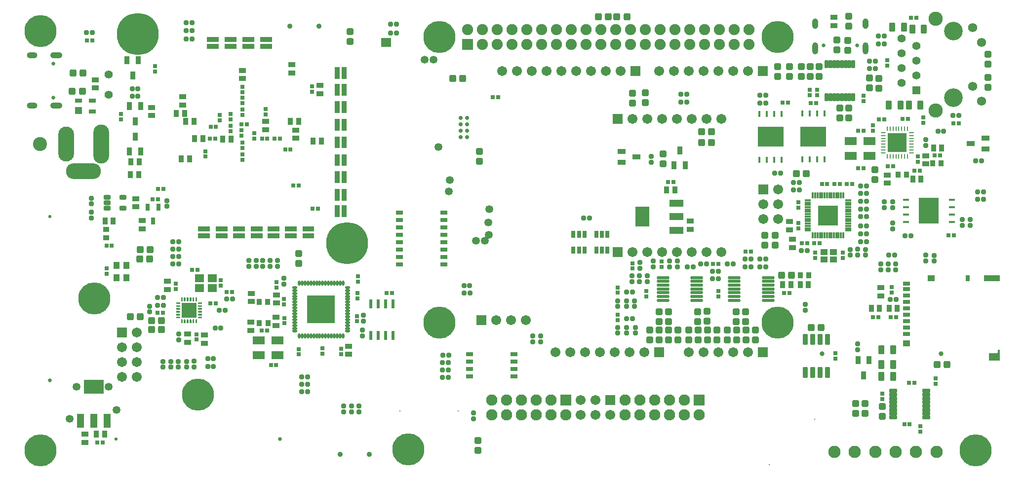
<source format=gbs>
G04*
G04 #@! TF.GenerationSoftware,Altium Limited,Altium Designer,24.10.1 (45)*
G04*
G04 Layer_Color=16711935*
%FSLAX44Y44*%
%MOMM*%
G71*
G04*
G04 #@! TF.SameCoordinates,27A3F056-0A2A-4086-B210-4B902CB04D7F*
G04*
G04*
G04 #@! TF.FilePolarity,Negative*
G04*
G01*
G75*
%ADD50R,0.6000X1.5500*%
G04:AMPARAMS|DCode=85|XSize=1.2032mm|YSize=1.1032mm|CornerRadius=0.2141mm|HoleSize=0mm|Usage=FLASHONLY|Rotation=270.000|XOffset=0mm|YOffset=0mm|HoleType=Round|Shape=RoundedRectangle|*
%AMROUNDEDRECTD85*
21,1,1.2032,0.6750,0,0,270.0*
21,1,0.7750,1.1032,0,0,270.0*
1,1,0.4282,-0.3375,-0.3875*
1,1,0.4282,-0.3375,0.3875*
1,1,0.4282,0.3375,0.3875*
1,1,0.4282,0.3375,-0.3875*
%
%ADD85ROUNDEDRECTD85*%
%ADD88R,0.9532X1.1532*%
%ADD91R,1.1532X0.9532*%
%ADD92R,0.7600X0.7600*%
G04:AMPARAMS|DCode=93|XSize=0.8032mm|YSize=0.8032mm|CornerRadius=0.1616mm|HoleSize=0mm|Usage=FLASHONLY|Rotation=270.000|XOffset=0mm|YOffset=0mm|HoleType=Round|Shape=RoundedRectangle|*
%AMROUNDEDRECTD93*
21,1,0.8032,0.4800,0,0,270.0*
21,1,0.4800,0.8032,0,0,270.0*
1,1,0.3232,-0.2400,-0.2400*
1,1,0.3232,-0.2400,0.2400*
1,1,0.3232,0.2400,0.2400*
1,1,0.3232,0.2400,-0.2400*
%
%ADD93ROUNDEDRECTD93*%
%ADD98R,0.7600X0.7600*%
G04:AMPARAMS|DCode=106|XSize=0.8032mm|YSize=0.8032mm|CornerRadius=0.1616mm|HoleSize=0mm|Usage=FLASHONLY|Rotation=180.000|XOffset=0mm|YOffset=0mm|HoleType=Round|Shape=RoundedRectangle|*
%AMROUNDEDRECTD106*
21,1,0.8032,0.4800,0,0,180.0*
21,1,0.4800,0.8032,0,0,180.0*
1,1,0.3232,-0.2400,0.2400*
1,1,0.3232,0.2400,0.2400*
1,1,0.3232,0.2400,-0.2400*
1,1,0.3232,-0.2400,-0.2400*
%
%ADD106ROUNDEDRECTD106*%
%ADD108R,0.8382X1.4732*%
%ADD111C,0.2032*%
%ADD112C,0.6782*%
%ADD113C,0.5782*%
G04:AMPARAMS|DCode=114|XSize=6.0032mm|YSize=2.7032mm|CornerRadius=1.3516mm|HoleSize=0mm|Usage=FLASHONLY|Rotation=0.000|XOffset=0mm|YOffset=0mm|HoleType=Round|Shape=RoundedRectangle|*
%AMROUNDEDRECTD114*
21,1,6.0032,0.0000,0,0,0.0*
21,1,3.3000,2.7032,0,0,0.0*
1,1,2.7032,1.6500,0.0000*
1,1,2.7032,-1.6500,0.0000*
1,1,2.7032,-1.6500,0.0000*
1,1,2.7032,1.6500,0.0000*
%
%ADD114ROUNDEDRECTD114*%
G04:AMPARAMS|DCode=115|XSize=6.0032mm|YSize=2.7032mm|CornerRadius=1.3516mm|HoleSize=0mm|Usage=FLASHONLY|Rotation=270.000|XOffset=0mm|YOffset=0mm|HoleType=Round|Shape=RoundedRectangle|*
%AMROUNDEDRECTD115*
21,1,6.0032,0.0000,0,0,270.0*
21,1,3.3000,2.7032,0,0,270.0*
1,1,2.7032,0.0000,-1.6500*
1,1,2.7032,0.0000,1.6500*
1,1,2.7032,0.0000,1.6500*
1,1,2.7032,0.0000,-1.6500*
%
%ADD115ROUNDEDRECTD115*%
G04:AMPARAMS|DCode=116|XSize=6.7032mm|YSize=2.7032mm|CornerRadius=1.3516mm|HoleSize=0mm|Usage=FLASHONLY|Rotation=270.000|XOffset=0mm|YOffset=0mm|HoleType=Round|Shape=RoundedRectangle|*
%AMROUNDEDRECTD116*
21,1,6.7032,0.0000,0,0,270.0*
21,1,4.0000,2.7032,0,0,270.0*
1,1,2.7032,0.0000,-2.0000*
1,1,2.7032,0.0000,2.0000*
1,1,2.7032,0.0000,2.0000*
1,1,2.7032,0.0000,-2.0000*
%
%ADD116ROUNDEDRECTD116*%
%ADD117C,2.4032*%
%ADD118C,1.7032*%
%ADD119R,1.7032X1.7032*%
%ADD120C,0.5588*%
%ADD121C,5.5032*%
G04:AMPARAMS|DCode=122|XSize=1mm|YSize=1.8mm|CornerRadius=0.5mm|HoleSize=0mm|Usage=FLASHONLY|Rotation=270.000|XOffset=0mm|YOffset=0mm|HoleType=Round|Shape=RoundedRectangle|*
%AMROUNDEDRECTD122*
21,1,1.0000,0.8000,0,0,270.0*
21,1,0.0000,1.8000,0,0,270.0*
1,1,1.0000,-0.4000,0.0000*
1,1,1.0000,-0.4000,0.0000*
1,1,1.0000,0.4000,0.0000*
1,1,1.0000,0.4000,0.0000*
%
%ADD122ROUNDEDRECTD122*%
G04:AMPARAMS|DCode=123|XSize=1mm|YSize=2.1mm|CornerRadius=0.5mm|HoleSize=0mm|Usage=FLASHONLY|Rotation=270.000|XOffset=0mm|YOffset=0mm|HoleType=Round|Shape=RoundedRectangle|*
%AMROUNDEDRECTD123*
21,1,1.0000,1.1000,0,0,270.0*
21,1,0.0000,2.1000,0,0,270.0*
1,1,1.0000,-0.5500,0.0000*
1,1,1.0000,-0.5500,0.0000*
1,1,1.0000,0.5500,0.0000*
1,1,1.0000,0.5500,0.0000*
%
%ADD123ROUNDEDRECTD123*%
%ADD124C,0.6500*%
%ADD125C,7.2032*%
%ADD126C,0.9000*%
%ADD127R,1.7032X1.7032*%
%ADD128C,0.8032*%
%ADD129C,1.3900*%
%ADD130C,1.9032*%
%ADD131C,2.1032*%
%ADD132C,1.9304*%
%ADD133C,1.4032*%
%ADD134C,1.5700*%
%ADD135R,1.9032X1.9032*%
%ADD136R,1.8796X1.8796*%
%ADD137C,3.2000*%
%ADD138R,1.3900X1.3900*%
%ADD139C,2.4500*%
G04:AMPARAMS|DCode=140|XSize=1mm|YSize=1.8mm|CornerRadius=0.5mm|HoleSize=0mm|Usage=FLASHONLY|Rotation=180.000|XOffset=0mm|YOffset=0mm|HoleType=Round|Shape=RoundedRectangle|*
%AMROUNDEDRECTD140*
21,1,1.0000,0.8000,0,0,180.0*
21,1,0.0000,1.8000,0,0,180.0*
1,1,1.0000,0.0000,0.4000*
1,1,1.0000,0.0000,0.4000*
1,1,1.0000,0.0000,-0.4000*
1,1,1.0000,0.0000,-0.4000*
%
%ADD140ROUNDEDRECTD140*%
G04:AMPARAMS|DCode=141|XSize=1mm|YSize=2.1mm|CornerRadius=0.5mm|HoleSize=0mm|Usage=FLASHONLY|Rotation=180.000|XOffset=0mm|YOffset=0mm|HoleType=Round|Shape=RoundedRectangle|*
%AMROUNDEDRECTD141*
21,1,1.0000,1.1000,0,0,180.0*
21,1,0.0000,2.1000,0,0,180.0*
1,1,1.0000,0.0000,0.5500*
1,1,1.0000,0.0000,0.5500*
1,1,1.0000,0.0000,-0.5500*
1,1,1.0000,0.0000,-0.5500*
%
%ADD141ROUNDEDRECTD141*%
%ADD142C,1.3462*%
%ADD143C,0.7032*%
%ADD177R,1.2700X0.7600*%
G04:AMPARAMS|DCode=180|XSize=1.0611mm|YSize=0.3925mm|CornerRadius=0.1962mm|HoleSize=0mm|Usage=FLASHONLY|Rotation=0.000|XOffset=0mm|YOffset=0mm|HoleType=Round|Shape=RoundedRectangle|*
%AMROUNDEDRECTD180*
21,1,1.0611,0.0000,0,0,0.0*
21,1,0.6686,0.3925,0,0,0.0*
1,1,0.3925,0.3343,0.0000*
1,1,0.3925,-0.3343,0.0000*
1,1,0.3925,-0.3343,0.0000*
1,1,0.3925,0.3343,0.0000*
%
%ADD180ROUNDEDRECTD180*%
%ADD181R,1.0611X0.3925*%
%ADD182R,3.5000X4.4000*%
%ADD184R,1.1000X1.3000*%
%ADD193C,0.2520*%
%ADD194R,2.5000X2.5000*%
G04:AMPARAMS|DCode=201|XSize=0.8078mm|YSize=0.2393mm|CornerRadius=0.1196mm|HoleSize=0mm|Usage=FLASHONLY|Rotation=180.000|XOffset=0mm|YOffset=0mm|HoleType=Round|Shape=RoundedRectangle|*
%AMROUNDEDRECTD201*
21,1,0.8078,0.0000,0,0,180.0*
21,1,0.5686,0.2393,0,0,180.0*
1,1,0.2393,-0.2843,0.0000*
1,1,0.2393,0.2843,0.0000*
1,1,0.2393,0.2843,0.0000*
1,1,0.2393,-0.2843,0.0000*
%
%ADD201ROUNDEDRECTD201*%
G04:AMPARAMS|DCode=202|XSize=0.2393mm|YSize=0.8078mm|CornerRadius=0.1196mm|HoleSize=0mm|Usage=FLASHONLY|Rotation=180.000|XOffset=0mm|YOffset=0mm|HoleType=Round|Shape=RoundedRectangle|*
%AMROUNDEDRECTD202*
21,1,0.2393,0.5686,0,0,180.0*
21,1,0.0000,0.8078,0,0,180.0*
1,1,0.2393,0.0000,0.2843*
1,1,0.2393,0.0000,0.2843*
1,1,0.2393,0.0000,-0.2843*
1,1,0.2393,0.0000,-0.2843*
%
%ADD202ROUNDEDRECTD202*%
%ADD203R,3.2000X3.2000*%
%ADD204R,4.4000X3.5000*%
G04:AMPARAMS|DCode=205|XSize=1.0611mm|YSize=0.3925mm|CornerRadius=0.1962mm|HoleSize=0mm|Usage=FLASHONLY|Rotation=90.000|XOffset=0mm|YOffset=0mm|HoleType=Round|Shape=RoundedRectangle|*
%AMROUNDEDRECTD205*
21,1,1.0611,0.0000,0,0,90.0*
21,1,0.6686,0.3925,0,0,90.0*
1,1,0.3925,0.0000,0.3343*
1,1,0.3925,0.0000,-0.3343*
1,1,0.3925,0.0000,-0.3343*
1,1,0.3925,0.0000,0.3343*
%
%ADD205ROUNDEDRECTD205*%
%ADD206R,2.8000X1.0000*%
%ADD207R,0.8000X1.0000*%
%ADD208R,1.2000X1.0000*%
%ADD212C,1.1447*%
%ADD213R,1.2000X0.7000*%
%ADD218R,0.3925X1.0611*%
%ADD219R,0.8078X0.2393*%
%ADD224R,1.8000X1.6000*%
%ADD225R,1.2032X1.2032*%
%ADD226R,1.2032X0.8032*%
%ADD227R,0.8532X1.4032*%
G04:AMPARAMS|DCode=228|XSize=1.2032mm|YSize=1.1032mm|CornerRadius=0.2141mm|HoleSize=0mm|Usage=FLASHONLY|Rotation=0.000|XOffset=0mm|YOffset=0mm|HoleType=Round|Shape=RoundedRectangle|*
%AMROUNDEDRECTD228*
21,1,1.2032,0.6750,0,0,0.0*
21,1,0.7750,1.1032,0,0,0.0*
1,1,0.4282,0.3875,-0.3375*
1,1,0.4282,-0.3875,-0.3375*
1,1,0.4282,-0.3875,0.3375*
1,1,0.4282,0.3875,0.3375*
%
%ADD228ROUNDEDRECTD228*%
%ADD229R,0.5032X0.8532*%
%ADD230R,0.8532X0.5032*%
%ADD231R,1.6032X1.4032*%
%ADD232R,2.1032X1.4032*%
%ADD233R,1.4032X0.8532*%
%ADD234O,0.4532X0.9532*%
%ADD235O,0.9532X0.4532*%
%ADD236R,4.7032X4.7032*%
%ADD237R,0.8432X1.1232*%
G04:AMPARAMS|DCode=238|XSize=0.6032mm|YSize=1.4032mm|CornerRadius=0.1516mm|HoleSize=0mm|Usage=FLASHONLY|Rotation=90.000|XOffset=0mm|YOffset=0mm|HoleType=Round|Shape=RoundedRectangle|*
%AMROUNDEDRECTD238*
21,1,0.6032,1.1000,0,0,90.0*
21,1,0.3000,1.4032,0,0,90.0*
1,1,0.3032,0.5500,0.1500*
1,1,0.3032,0.5500,-0.1500*
1,1,0.3032,-0.5500,-0.1500*
1,1,0.3032,-0.5500,0.1500*
%
%ADD238ROUNDEDRECTD238*%
G04:AMPARAMS|DCode=239|XSize=1.5032mm|YSize=1.0032mm|CornerRadius=0.2016mm|HoleSize=0mm|Usage=FLASHONLY|Rotation=90.000|XOffset=0mm|YOffset=0mm|HoleType=Round|Shape=RoundedRectangle|*
%AMROUNDEDRECTD239*
21,1,1.5032,0.6000,0,0,90.0*
21,1,1.1000,1.0032,0,0,90.0*
1,1,0.4032,0.3000,0.5500*
1,1,0.4032,0.3000,-0.5500*
1,1,0.4032,-0.3000,-0.5500*
1,1,0.4032,-0.3000,0.5500*
%
%ADD239ROUNDEDRECTD239*%
%ADD240R,0.8032X1.2032*%
G04:AMPARAMS|DCode=241|XSize=1.2532mm|YSize=0.8032mm|CornerRadius=0.2516mm|HoleSize=0mm|Usage=FLASHONLY|Rotation=180.000|XOffset=0mm|YOffset=0mm|HoleType=Round|Shape=RoundedRectangle|*
%AMROUNDEDRECTD241*
21,1,1.2532,0.3000,0,0,180.0*
21,1,0.7500,0.8032,0,0,180.0*
1,1,0.5032,-0.3750,0.1500*
1,1,0.5032,0.3750,0.1500*
1,1,0.5032,0.3750,-0.1500*
1,1,0.5032,-0.3750,-0.1500*
%
%ADD241ROUNDEDRECTD241*%
%ADD242O,2.2032X0.5532*%
G04:AMPARAMS|DCode=243|XSize=0.6032mm|YSize=1.4032mm|CornerRadius=0.1516mm|HoleSize=0mm|Usage=FLASHONLY|Rotation=180.000|XOffset=0mm|YOffset=0mm|HoleType=Round|Shape=RoundedRectangle|*
%AMROUNDEDRECTD243*
21,1,0.6032,1.1000,0,0,180.0*
21,1,0.3000,1.4032,0,0,180.0*
1,1,0.3032,-0.1500,0.5500*
1,1,0.3032,0.1500,0.5500*
1,1,0.3032,0.1500,-0.5500*
1,1,0.3032,-0.1500,-0.5500*
%
%ADD243ROUNDEDRECTD243*%
%ADD244R,3.4032X3.4032*%
%ADD245R,0.4032X1.0532*%
%ADD246R,1.1532X1.0032*%
%ADD247R,2.3532X1.2032*%
G04:AMPARAMS|DCode=248|XSize=0.8532mm|YSize=1.8532mm|CornerRadius=0.1504mm|HoleSize=0mm|Usage=FLASHONLY|Rotation=0.000|XOffset=0mm|YOffset=0mm|HoleType=Round|Shape=RoundedRectangle|*
%AMROUNDEDRECTD248*
21,1,0.8532,1.5525,0,0,0.0*
21,1,0.5525,1.8532,0,0,0.0*
1,1,0.3007,0.2763,-0.7763*
1,1,0.3007,-0.2763,-0.7763*
1,1,0.3007,-0.2763,0.7763*
1,1,0.3007,0.2763,0.7763*
%
%ADD248ROUNDEDRECTD248*%
%ADD249R,1.2032X2.3532*%
%ADD250R,2.3532X3.4532*%
%ADD251R,1.0532X0.4032*%
%ADD252R,3.4532X2.3532*%
%ADD253R,1.1232X0.8432*%
G36*
X17488Y-430967D02*
X17882Y-431361D01*
X18095Y-431875D01*
Y-432154D01*
Y-432432D01*
X17882Y-432947D01*
X17488Y-433340D01*
X16974Y-433554D01*
X11195D01*
Y-430754D01*
X16974D01*
X17488Y-430967D01*
D02*
G37*
G36*
X16695Y-425754D02*
X16974D01*
X17488Y-425967D01*
X17882Y-426361D01*
X18095Y-426875D01*
Y-427154D01*
Y-427432D01*
X17882Y-427947D01*
X17488Y-428340D01*
X16974Y-428554D01*
X11195D01*
Y-425754D01*
X16695D01*
Y-425754D01*
D02*
G37*
G36*
X17488Y-420967D02*
X17882Y-421360D01*
X18095Y-421875D01*
Y-422154D01*
Y-422432D01*
X17882Y-422947D01*
X17488Y-423340D01*
X16974Y-423554D01*
X11195D01*
Y-420754D01*
X16974D01*
X17488Y-420967D01*
D02*
G37*
G36*
X21763Y-435242D02*
X22157Y-435635D01*
X22370Y-436150D01*
Y-436428D01*
Y-441928D01*
X19570D01*
Y-436428D01*
Y-436150D01*
X19783Y-435635D01*
X20177Y-435242D01*
X20691Y-435028D01*
X21249D01*
X21763Y-435242D01*
D02*
G37*
G36*
X26763D02*
X27157Y-435635D01*
X27370Y-436150D01*
Y-436428D01*
X27370Y-441928D01*
X24570D01*
Y-436428D01*
Y-436150D01*
X24783Y-435635D01*
X25177Y-435242D01*
X25691Y-435028D01*
X26249D01*
X26763Y-435242D01*
D02*
G37*
G36*
X31763D02*
X32157Y-435635D01*
X32370Y-436150D01*
Y-436428D01*
Y-441928D01*
X29570D01*
Y-436428D01*
Y-436150D01*
X29783Y-435635D01*
X30177Y-435242D01*
X30691Y-435028D01*
X31249D01*
X31763Y-435242D01*
D02*
G37*
G36*
X17488Y-415967D02*
X17882Y-416361D01*
X18095Y-416875D01*
Y-417154D01*
Y-417432D01*
X17882Y-417947D01*
X17488Y-418340D01*
X16974Y-418554D01*
X11195D01*
Y-415754D01*
X16974D01*
X17488Y-415967D01*
D02*
G37*
G36*
Y-410967D02*
X17882Y-411360D01*
X18095Y-411875D01*
Y-412154D01*
Y-412432D01*
X17882Y-412947D01*
X17488Y-413340D01*
X16974Y-413554D01*
X16695D01*
X11195Y-413554D01*
Y-410754D01*
X16974D01*
X17488Y-410967D01*
D02*
G37*
G36*
Y-405967D02*
X17882Y-406361D01*
X18095Y-406875D01*
Y-407154D01*
Y-407432D01*
X17882Y-407947D01*
X17488Y-408340D01*
X16974Y-408554D01*
X11195D01*
Y-405754D01*
X16974D01*
X17488Y-405967D01*
D02*
G37*
G36*
X22370Y-402878D02*
Y-403157D01*
X22157Y-403671D01*
X21763Y-404065D01*
X21249Y-404278D01*
X20691D01*
X20177Y-404065D01*
X19783Y-403671D01*
X19570Y-403157D01*
Y-402878D01*
Y-397379D01*
X22370D01*
Y-402878D01*
D02*
G37*
G36*
X27370D02*
X27370D01*
Y-403157D01*
X27157Y-403671D01*
X26763Y-404065D01*
X26249Y-404278D01*
X25691D01*
X25177Y-404065D01*
X24783Y-403671D01*
X24570Y-403157D01*
Y-402878D01*
Y-397379D01*
X27370D01*
Y-402878D01*
D02*
G37*
G36*
X32370D02*
Y-403157D01*
X32157Y-403671D01*
X31763Y-404065D01*
X31249Y-404278D01*
X30691D01*
X30177Y-404065D01*
X29783Y-403671D01*
X29570Y-403157D01*
Y-402878D01*
Y-397379D01*
X32370D01*
Y-402878D01*
D02*
G37*
G36*
X47370D02*
Y-403157D01*
X47157Y-403671D01*
X46763Y-404065D01*
X46248Y-404278D01*
X45691D01*
X45177Y-404065D01*
X44783Y-403671D01*
X44570Y-403157D01*
Y-402878D01*
Y-397379D01*
X47370D01*
Y-402878D01*
D02*
G37*
G36*
X42370D02*
Y-403157D01*
X42157Y-403671D01*
X41763Y-404065D01*
X41248Y-404278D01*
X40691D01*
X40177Y-404065D01*
X39783Y-403671D01*
X39570Y-403157D01*
Y-402878D01*
X39570Y-397379D01*
X42370D01*
Y-402878D01*
D02*
G37*
G36*
X37370D02*
Y-403157D01*
X37157Y-403671D01*
X36763Y-404065D01*
X36249Y-404278D01*
X35691D01*
X35177Y-404065D01*
X34783Y-403671D01*
X34570Y-403157D01*
Y-402878D01*
Y-397379D01*
X37370D01*
Y-402878D01*
D02*
G37*
G36*
X55745Y-408554D02*
X49967D01*
X49452Y-408340D01*
X49058Y-407947D01*
X48845Y-407432D01*
Y-407154D01*
Y-406875D01*
X49058Y-406361D01*
X49452Y-405967D01*
X49967Y-405754D01*
X55745D01*
Y-408554D01*
D02*
G37*
G36*
Y-413554D02*
X50245D01*
Y-413554D01*
X49967D01*
X49452Y-413340D01*
X49058Y-412947D01*
X48845Y-412432D01*
Y-412154D01*
Y-411875D01*
X49058Y-411360D01*
X49452Y-410967D01*
X49967Y-410754D01*
X55745D01*
Y-413554D01*
D02*
G37*
G36*
Y-418554D02*
X49967D01*
X49452Y-418340D01*
X49058Y-417947D01*
X48845Y-417432D01*
Y-417154D01*
Y-416875D01*
X49058Y-416361D01*
X49452Y-415967D01*
X49967Y-415754D01*
X55745D01*
Y-418554D01*
D02*
G37*
G36*
Y-423554D02*
X49967D01*
X49452Y-423340D01*
X49058Y-422947D01*
X48845Y-422432D01*
Y-422154D01*
Y-421875D01*
X49058Y-421360D01*
X49452Y-420967D01*
X49967Y-420754D01*
X55745D01*
Y-423554D01*
D02*
G37*
G36*
Y-428554D02*
X49967D01*
X49452Y-428340D01*
X49058Y-427947D01*
X48845Y-427432D01*
Y-427154D01*
Y-426875D01*
X49058Y-426361D01*
X49452Y-425967D01*
X49967Y-425754D01*
X50245D01*
X55745Y-425754D01*
Y-428554D01*
D02*
G37*
G36*
Y-433554D02*
X49967D01*
X49452Y-433340D01*
X49058Y-432947D01*
X48845Y-432432D01*
Y-432154D01*
Y-431875D01*
X49058Y-431361D01*
X49452Y-430967D01*
X49967Y-430754D01*
X55745D01*
Y-433554D01*
D02*
G37*
G36*
X46763Y-435242D02*
X47157Y-435635D01*
X47370Y-436150D01*
Y-436428D01*
Y-441928D01*
X44570D01*
Y-436428D01*
Y-436150D01*
X44783Y-435635D01*
X45177Y-435242D01*
X45691Y-435028D01*
X46248D01*
X46763Y-435242D01*
D02*
G37*
G36*
X41763D02*
X42157Y-435635D01*
X42370Y-436150D01*
Y-436428D01*
Y-441928D01*
X39570D01*
Y-436428D01*
X39570D01*
Y-436150D01*
X39783Y-435635D01*
X40177Y-435242D01*
X40691Y-435028D01*
X41248D01*
X41763Y-435242D01*
D02*
G37*
G36*
X36763D02*
X37157Y-435635D01*
X37370Y-436150D01*
Y-436428D01*
Y-441928D01*
X34570D01*
Y-436428D01*
Y-436150D01*
X34783Y-435635D01*
X35177Y-435242D01*
X35691Y-435028D01*
X36249D01*
X36763Y-435242D01*
D02*
G37*
G36*
X1423950Y-506074D02*
X1404950D01*
Y-493074D01*
X1418950D01*
X1420450Y-491574D01*
Y-487574D01*
X1423950D01*
Y-506074D01*
D02*
G37*
D50*
X345060Y-408830D02*
D03*
X370460D02*
D03*
X383160D02*
D03*
X357760D02*
D03*
X345060Y-462830D02*
D03*
X357760D02*
D03*
X370460D02*
D03*
X383160D02*
D03*
D85*
X502276Y-22098D02*
D03*
X485276D02*
D03*
X-50664Y-315722D02*
D03*
X-33664D02*
D03*
X-33918Y-331216D02*
D03*
X-50918D02*
D03*
X-13820Y-452660D02*
D03*
X-30820D02*
D03*
X-66920Y-430530D02*
D03*
X-49920D02*
D03*
X752100Y84580D02*
D03*
X735100D02*
D03*
X784100D02*
D03*
X767100D02*
D03*
X912100Y-113420D02*
D03*
X929100D02*
D03*
X912100Y-131420D02*
D03*
X929100D02*
D03*
X1333100Y-512420D02*
D03*
X-30820Y-437420D02*
D03*
X-148440Y-11970D02*
D03*
X-149710Y-43720D02*
D03*
X-13820Y-437420D02*
D03*
X1091880Y-185020D02*
D03*
X1074880D02*
D03*
X1316100Y-512420D02*
D03*
X1066660Y-359656D02*
D03*
X1049660D02*
D03*
X1117460Y-449560D02*
D03*
X1100460D02*
D03*
X-165440Y-11970D02*
D03*
X-166710Y-43720D02*
D03*
D88*
X246238Y-129032D02*
D03*
X260238D02*
D03*
X207411Y-95000D02*
D03*
X221411D02*
D03*
X28000Y-95000D02*
D03*
X42000D02*
D03*
X105376Y-125433D02*
D03*
X91376D02*
D03*
X20000Y-160000D02*
D03*
X34000D02*
D03*
X-67086Y-186690D02*
D03*
X-53086D02*
D03*
X57000Y-125000D02*
D03*
X43000D02*
D03*
X-96636Y-266236D02*
D03*
X1065245Y-375924D02*
D03*
X1310240Y-140950D02*
D03*
X11542Y-81788D02*
D03*
X1288680Y-194660D02*
D03*
X1095640Y-375924D02*
D03*
X1234040Y-416540D02*
D03*
X1203560D02*
D03*
X866600Y-213420D02*
D03*
X-52150Y-164814D02*
D03*
X-111420Y-632450D02*
D03*
X1324240Y-140950D02*
D03*
X1274680Y-194660D02*
D03*
X852600Y-213420D02*
D03*
X25542Y-81788D02*
D03*
X1217560Y-416540D02*
D03*
X1248040D02*
D03*
X-125420Y-632450D02*
D03*
X1081640Y-375924D02*
D03*
X1051245Y-375924D02*
D03*
X-110636Y-266236D02*
D03*
X-66150Y-164814D02*
D03*
D91*
X257556Y-33640D02*
D03*
Y-47640D02*
D03*
X182880Y-431770D02*
D03*
Y-445770D02*
D03*
X165085Y-95605D02*
D03*
Y-109605D02*
D03*
X125000Y-22000D02*
D03*
Y-8000D02*
D03*
X-31210Y-71454D02*
D03*
Y-85454D02*
D03*
X140590Y-404730D02*
D03*
Y-390730D02*
D03*
X139700Y-440040D02*
D03*
Y-454040D02*
D03*
X183770Y-407270D02*
D03*
Y-393270D02*
D03*
X-4083Y-384021D02*
D03*
Y-370022D02*
D03*
X-57916Y-228184D02*
D03*
X-46482Y-279542D02*
D03*
X1139440Y69220D02*
D03*
X1296920Y-154270D02*
D03*
X216440Y-110380D02*
D03*
X1230880Y-201290D02*
D03*
X1219450Y-380842D02*
D03*
X22759Y-67034D02*
D03*
X1063240Y-281300D02*
D03*
X1068320Y-311780D02*
D03*
X892600Y-266420D02*
D03*
X31020Y-474250D02*
D03*
X210000Y2000D02*
D03*
X59436Y-476138D02*
D03*
X-127730Y-24020D02*
D03*
X306610Y-495220D02*
D03*
X-145000Y-646500D02*
D03*
X1219450Y-394842D02*
D03*
X1296920Y-168270D02*
D03*
X216440Y-124380D02*
D03*
X1230880Y-187290D02*
D03*
X210000Y-12000D02*
D03*
X892600Y-280420D02*
D03*
X1063240Y-267300D02*
D03*
X22759Y-53034D02*
D03*
X-46482Y-265542D02*
D03*
X1068320Y-297780D02*
D03*
X1139440Y83220D02*
D03*
X-145000Y-632500D02*
D03*
X-57916Y-242184D02*
D03*
X306610Y-481220D02*
D03*
X31020Y-460250D02*
D03*
X59436Y-462138D02*
D03*
X-127730Y-38020D02*
D03*
D92*
X38580Y-350520D02*
D03*
X47780D02*
D03*
X167662Y-124948D02*
D03*
X158462D02*
D03*
X254600Y-245000D02*
D03*
X245400D02*
D03*
X-19870Y-211261D02*
D03*
X-10670D02*
D03*
X70400Y-105000D02*
D03*
X79600D02*
D03*
X182940Y-513620D02*
D03*
X173740D02*
D03*
X167160Y-454660D02*
D03*
X157960D02*
D03*
X381410Y-390110D02*
D03*
X372210D02*
D03*
X70330Y-407670D02*
D03*
X79530D02*
D03*
X97883Y-388246D02*
D03*
X107083D02*
D03*
X-11168Y-423947D02*
D03*
X-20368D02*
D03*
X1225685Y-91830D02*
D03*
X1216485D02*
D03*
X-28988Y-229021D02*
D03*
X-19788Y-229021D02*
D03*
X132217Y-100630D02*
D03*
X123017D02*
D03*
X1062760Y-390273D02*
D03*
X1271400Y82580D02*
D03*
X1353200Y-98420D02*
D03*
X1256760Y-91420D02*
D03*
X1099760Y-64282D02*
D03*
X1312160Y-153650D02*
D03*
X1286280Y-180312D02*
D03*
X1189760Y-111232D02*
D03*
X1240560Y-172700D02*
D03*
X1181040Y-175527D02*
D03*
X1060220Y-63480D02*
D03*
X189600Y-125000D02*
D03*
X1170443Y-203180D02*
D03*
X1335500Y-290810D02*
D03*
X1139920Y-203180D02*
D03*
X1118574D02*
D03*
X1105630Y-304780D02*
D03*
X1236440Y-431780D02*
D03*
X1205960D02*
D03*
X864200Y-199420D02*
D03*
X1084040Y-304780D02*
D03*
X-99036Y-308524D02*
D03*
X553922Y-53551D02*
D03*
X78607Y-125232D02*
D03*
X207499Y-143255D02*
D03*
X212570Y-205486D02*
D03*
X-132830Y43860D02*
D03*
X-114440Y-646420D02*
D03*
X-142030Y43860D02*
D03*
X1231360Y-172700D02*
D03*
X1321360Y-153650D02*
D03*
X1265960Y-91420D02*
D03*
X1344000Y-98420D02*
D03*
X1280600Y82580D02*
D03*
X855000Y-199420D02*
D03*
X1051020Y-63480D02*
D03*
X1277080Y-180312D02*
D03*
X198299Y-143255D02*
D03*
X931640Y-339718D02*
D03*
X69407Y-125232D02*
D03*
X221770Y-205486D02*
D03*
X180400Y-125000D02*
D03*
X563122Y-53551D02*
D03*
X1215160Y-431780D02*
D03*
X1127774Y-203180D02*
D03*
X1108960Y-64282D02*
D03*
X1161243Y-203180D02*
D03*
X1093240Y-304780D02*
D03*
X1245640Y-431780D02*
D03*
X1344700Y-290810D02*
D03*
X987520Y-319047D02*
D03*
X996720D02*
D03*
X940840Y-339718D02*
D03*
X1114830Y-304780D02*
D03*
X1149120Y-203180D02*
D03*
X-123640Y-646420D02*
D03*
X1180560Y-111232D02*
D03*
X1268000Y-544420D02*
D03*
X1277200D02*
D03*
X1260000Y-615420D02*
D03*
X1269200D02*
D03*
X1053560Y-390273D02*
D03*
X-108236Y-308524D02*
D03*
X1190240Y-175527D02*
D03*
D93*
X876682Y-62464D02*
D03*
X886682D02*
D03*
X477948Y-509778D02*
D03*
X467948D02*
D03*
X-64182Y-39624D02*
D03*
X-54182D02*
D03*
X-64150Y-51784D02*
D03*
X-54150D02*
D03*
X389334Y71406D02*
D03*
X379334D02*
D03*
X389334Y56166D02*
D03*
X379334D02*
D03*
X15700Y-301530D02*
D03*
X5700D02*
D03*
X15700Y-326930D02*
D03*
X5700D02*
D03*
X15700Y-339630D02*
D03*
X5700D02*
D03*
X15700Y-314230D02*
D03*
X5700D02*
D03*
X-10768Y-411213D02*
D03*
X-20767D02*
D03*
X-10768Y-397925D02*
D03*
X-20767D02*
D03*
X97870Y-400050D02*
D03*
X107870D02*
D03*
X478456Y-496824D02*
D03*
X468456D02*
D03*
X65310Y-515922D02*
D03*
X75310D02*
D03*
X477980Y-535130D02*
D03*
X467980D02*
D03*
X477980Y-522130D02*
D03*
X467980D02*
D03*
X65310Y-502633D02*
D03*
X75310D02*
D03*
X1317600Y-112420D02*
D03*
X1327600D02*
D03*
X1385600Y-229420D02*
D03*
X1395600D02*
D03*
X38560Y46450D02*
D03*
X28560D02*
D03*
X876682Y-49176D02*
D03*
X886682D02*
D03*
X930765Y-352452D02*
D03*
X910920Y-340340D02*
D03*
X1022520Y-345069D02*
D03*
Y-331781D02*
D03*
X1225720Y37531D02*
D03*
X1353600Y-85420D02*
D03*
X-132430Y56860D02*
D03*
X1395600Y-216420D02*
D03*
X1385600D02*
D03*
X1392600Y-163420D02*
D03*
X1382600D02*
D03*
X95000Y-420000D02*
D03*
X85000D02*
D03*
X38551Y74340D02*
D03*
X28551Y74340D02*
D03*
X28560Y60420D02*
D03*
X38560D02*
D03*
X720264Y-261620D02*
D03*
X710264D02*
D03*
X236680Y-559340D02*
D03*
X226680D02*
D03*
X236680Y-546640D02*
D03*
X226680D02*
D03*
X236680Y-533940D02*
D03*
X226680D02*
D03*
X1243500Y-324385D02*
D03*
X1233500D02*
D03*
X1246040Y-401300D02*
D03*
X1236040D02*
D03*
X1343600Y-85420D02*
D03*
X920920Y-340340D02*
D03*
X1195240Y-219195D02*
D03*
X1185240D02*
D03*
X1271440Y-292054D02*
D03*
X1195240Y-288363D02*
D03*
X1037920Y-184114D02*
D03*
X1012520Y-50780D02*
D03*
Y-64186D02*
D03*
X504875Y-390355D02*
D03*
X1083640Y-317514D02*
D03*
X783920Y-433610D02*
D03*
X987120Y-331781D02*
D03*
X783920Y-387890D02*
D03*
X1195240Y-301651D02*
D03*
X1012520Y-331781D02*
D03*
X956640Y-340069D02*
D03*
X1261440Y-292054D02*
D03*
X1093640Y-317514D02*
D03*
X514725Y-377165D02*
D03*
X504725D02*
D03*
X514875Y-390355D02*
D03*
X1069670Y-200051D02*
D03*
X1079670D02*
D03*
X1195240Y-205906D02*
D03*
X1185240D02*
D03*
X1069750Y-213340D02*
D03*
X1079750D02*
D03*
X1195240Y-232483D02*
D03*
X1185240D02*
D03*
X1195160Y-245772D02*
D03*
X1185160D02*
D03*
X1022520Y-64186D02*
D03*
X1195160Y-259060D02*
D03*
X1185160D02*
D03*
X1195240Y-275075D02*
D03*
X1185240D02*
D03*
X1022520Y-50780D02*
D03*
X1185240Y-288363D02*
D03*
X1047920Y-184114D02*
D03*
X1185240Y-301651D02*
D03*
X1225720Y50820D02*
D03*
X1215720D02*
D03*
Y37531D02*
D03*
X1200480Y-5060D02*
D03*
X1210480D02*
D03*
X1200480Y8228D02*
D03*
X1210480D02*
D03*
X997120Y-331781D02*
D03*
X987200Y-345069D02*
D03*
X997200D02*
D03*
X1012520D02*
D03*
X966640Y-340069D02*
D03*
X897631Y-344948D02*
D03*
X887631D02*
D03*
X930765Y-365740D02*
D03*
X940765D02*
D03*
Y-352452D02*
D03*
X793920Y-433610D02*
D03*
Y-387890D02*
D03*
X78090Y-450120D02*
D03*
X88090D02*
D03*
X-142430Y56860D02*
D03*
D98*
X87937Y-368103D02*
D03*
Y-377303D02*
D03*
X61597Y-146642D02*
D03*
Y-155842D02*
D03*
X-25000Y-400D02*
D03*
Y-9600D02*
D03*
X104524Y-102930D02*
D03*
Y-112130D02*
D03*
X-83280Y-82744D02*
D03*
Y-91944D02*
D03*
X196850Y-441960D02*
D03*
Y-432760D02*
D03*
X183642Y-380774D02*
D03*
Y-371574D02*
D03*
X196210Y-409170D02*
D03*
Y-399970D02*
D03*
X322860Y-370300D02*
D03*
Y-361100D02*
D03*
X321210Y-429370D02*
D03*
Y-438570D02*
D03*
X322210Y-399570D02*
D03*
Y-390370D02*
D03*
X10265Y-383268D02*
D03*
Y-374068D02*
D03*
X-107442Y-357152D02*
D03*
Y-347952D02*
D03*
X1222600Y-562820D02*
D03*
Y-572020D02*
D03*
X1292600Y-88820D02*
D03*
Y-98020D02*
D03*
X1206325Y-111281D02*
D03*
Y-102081D02*
D03*
X125000Y-84600D02*
D03*
Y-75400D02*
D03*
X123572Y-120007D02*
D03*
Y-110807D02*
D03*
X124965Y-131674D02*
D03*
Y-140874D02*
D03*
X817924Y-395820D02*
D03*
X941320Y-395740D02*
D03*
X1230880Y9700D02*
D03*
X1190240Y-51260D02*
D03*
X1110251Y-41100D02*
D03*
X1098073D02*
D03*
X1282950Y-155400D02*
D03*
X104262Y-91885D02*
D03*
X85799Y-93750D02*
D03*
X244516Y-44742D02*
D03*
X145000Y-115400D02*
D03*
X1238500Y-379644D02*
D03*
X1154187Y-320500D02*
D03*
X1106970Y-329700D02*
D03*
X1313600Y-536820D02*
D03*
X1287600Y-628020D02*
D03*
X1141980Y-502420D02*
D03*
X1078480Y-243340D02*
D03*
X165066Y-83485D02*
D03*
X1078480Y-278900D02*
D03*
X125000Y-45000D02*
D03*
Y-55000D02*
D03*
X124858Y-161252D02*
D03*
X46260Y-469960D02*
D03*
X221520Y-495360D02*
D03*
X262160Y-494090D02*
D03*
X293910Y-494570D02*
D03*
X1238500Y-388844D02*
D03*
X1282950Y-164600D02*
D03*
X1230880Y500D02*
D03*
X221520Y-486160D02*
D03*
X262160Y-484890D02*
D03*
X768600Y-436225D02*
D03*
X244516Y-35542D02*
D03*
X85799Y-84550D02*
D03*
X165066Y-74285D02*
D03*
X768600Y-389476D02*
D03*
X844178Y-344940D02*
D03*
X104262Y-82685D02*
D03*
X145000Y-124600D02*
D03*
X794000Y-338834D02*
D03*
X293910Y-485370D02*
D03*
X124858Y-152052D02*
D03*
X125000Y-35800D02*
D03*
Y-64200D02*
D03*
X1141980Y-493220D02*
D03*
X1078480Y-269700D02*
D03*
Y-234140D02*
D03*
X768600Y-427024D02*
D03*
X844178Y-335740D02*
D03*
X768600Y-380276D02*
D03*
X794000Y-348035D02*
D03*
X1154187Y-329700D02*
D03*
X1106970Y-320500D02*
D03*
X1098073Y-50300D02*
D03*
X1110251D02*
D03*
X1190240Y-60460D02*
D03*
X1313600Y-546020D02*
D03*
X1287600Y-618820D02*
D03*
X817924Y-386620D02*
D03*
X941320Y-386540D02*
D03*
X46260Y-460760D02*
D03*
D106*
X311750Y-594110D02*
D03*
Y-584110D02*
D03*
X160020Y-334170D02*
D03*
Y-344170D02*
D03*
X332400Y-428075D02*
D03*
Y-438075D02*
D03*
X195834Y-364824D02*
D03*
Y-374824D02*
D03*
X331090Y-463690D02*
D03*
Y-453690D02*
D03*
X-34056Y-412440D02*
D03*
Y-422440D02*
D03*
X1833Y-517345D02*
D03*
Y-507345D02*
D03*
X-11455Y-517265D02*
D03*
Y-507265D02*
D03*
X29185Y-517345D02*
D03*
Y-507345D02*
D03*
X15122Y-517265D02*
D03*
Y-507265D02*
D03*
X42418Y-517064D02*
D03*
Y-507064D02*
D03*
X825754Y-165274D02*
D03*
Y-155274D02*
D03*
X-4708Y-231270D02*
D03*
Y-241270D02*
D03*
X-133916Y-261104D02*
D03*
X783840Y-458930D02*
D03*
X768600D02*
D03*
X783840Y-413210D02*
D03*
X768600Y-413130D02*
D03*
X806112Y-370740D02*
D03*
X792823D02*
D03*
X870788Y-344948D02*
D03*
X829560D02*
D03*
X1296920Y-137060D02*
D03*
X1180080Y-477580D02*
D03*
X325038Y-584255D02*
D03*
Y-594255D02*
D03*
X298461Y-584110D02*
D03*
Y-594110D02*
D03*
X636600Y-463420D02*
D03*
Y-473420D02*
D03*
X622600Y-463420D02*
D03*
Y-473420D02*
D03*
X135890Y-344170D02*
D03*
Y-334170D02*
D03*
X148590Y-344170D02*
D03*
Y-334170D02*
D03*
X185420Y-344090D02*
D03*
Y-334090D02*
D03*
X172720Y-344090D02*
D03*
Y-334090D02*
D03*
X1219450Y-340420D02*
D03*
Y-350420D02*
D03*
X1232150Y-340420D02*
D03*
Y-350420D02*
D03*
X1244850Y-340420D02*
D03*
Y-350420D02*
D03*
X1296920Y-325180D02*
D03*
Y-335180D02*
D03*
X1310890Y-335260D02*
D03*
Y-325260D02*
D03*
X1296920Y-127060D02*
D03*
X1239786Y-270157D02*
D03*
Y-280157D02*
D03*
X768600Y-448930D02*
D03*
X1239770Y-233740D02*
D03*
X768600Y-403130D02*
D03*
X857500Y-344948D02*
D03*
X521208Y-595964D02*
D03*
X1089914Y-419274D02*
D03*
X806733Y-337452D02*
D03*
X1359714Y-274220D02*
D03*
X1225235Y-233655D02*
D03*
X1166921Y-325100D02*
D03*
X829560Y-334948D02*
D03*
X1373120Y-274220D02*
D03*
X1193498Y-325100D02*
D03*
X792823Y-360740D02*
D03*
X1180209Y-324940D02*
D03*
X-133916Y-251104D02*
D03*
X1180080Y-487580D02*
D03*
X1089914Y-409274D02*
D03*
X521208Y-605964D02*
D03*
X1225235Y-243655D02*
D03*
X1239770Y-243740D02*
D03*
X1373120Y-264220D02*
D03*
X1359714D02*
D03*
X1166921Y-315100D02*
D03*
X1193498D02*
D03*
X1180209Y-314940D02*
D03*
X870788Y-334948D02*
D03*
X857500D02*
D03*
X819400Y-360740D02*
D03*
Y-370740D02*
D03*
X806733Y-347452D02*
D03*
X783840Y-403210D02*
D03*
X806112Y-360740D02*
D03*
X797129Y-413210D02*
D03*
Y-403210D02*
D03*
X783840Y-448930D02*
D03*
X799080Y-458930D02*
D03*
Y-448930D02*
D03*
X-133916Y-227104D02*
D03*
Y-237104D02*
D03*
X15780Y-460440D02*
D03*
Y-470440D02*
D03*
D108*
X375666Y40386D02*
D03*
X367428D02*
D03*
D111*
X494720Y-592070D02*
D03*
X394720D02*
D03*
X1106513Y-606854D02*
D03*
X1028731Y-684636D02*
D03*
D112*
X189150Y-640620D02*
D03*
X-205200Y-539670D02*
D03*
D113*
X-91550Y-640620D02*
D03*
X-205200Y-258970D02*
D03*
D114*
X-147260Y-180890D02*
D03*
D115*
X-177260Y-133890D02*
D03*
D116*
X-117260D02*
D03*
D117*
X-222260D02*
D03*
D118*
X-56350Y-457290D02*
D03*
Y-482690D02*
D03*
Y-508090D02*
D03*
Y-533490D02*
D03*
X-81750D02*
D03*
Y-508090D02*
D03*
Y-482690D02*
D03*
X763200Y-491220D02*
D03*
X661600D02*
D03*
X687000D02*
D03*
X737800D02*
D03*
X712400D02*
D03*
X788600D02*
D03*
X814000D02*
D03*
X946400Y-91420D02*
D03*
X646360Y-8620D02*
D03*
X1044000Y-263120D02*
D03*
X946400Y-320020D02*
D03*
X611120Y-436860D02*
D03*
X921000Y-320020D02*
D03*
X1044000Y-212320D02*
D03*
X747960Y-8620D02*
D03*
X570160D02*
D03*
X595560D02*
D03*
X620960D02*
D03*
X671760D02*
D03*
X697160D02*
D03*
X722560D02*
D03*
X773360D02*
D03*
X991800Y-491220D02*
D03*
X966400D02*
D03*
X941000D02*
D03*
X915600D02*
D03*
X890200D02*
D03*
X1018600Y-263120D02*
D03*
X1044000Y-237720D02*
D03*
X1018600D02*
D03*
X921000Y-91420D02*
D03*
X895600D02*
D03*
X870200D02*
D03*
X844800D02*
D03*
X819400D02*
D03*
X794000D02*
D03*
X705100Y-599420D02*
D03*
X730500D02*
D03*
X755900D02*
D03*
X705100Y-574020D02*
D03*
X730500D02*
D03*
X585720Y-436860D02*
D03*
X560320D02*
D03*
X839400Y-8620D02*
D03*
X864800D02*
D03*
X890200D02*
D03*
X915600D02*
D03*
X941000D02*
D03*
X966400D02*
D03*
X991800D02*
D03*
X794000Y-320020D02*
D03*
X819400D02*
D03*
X844800D02*
D03*
X870200D02*
D03*
X895600D02*
D03*
D119*
X-81750Y-457290D02*
D03*
X1018600Y-212320D02*
D03*
D120*
X48800Y-585301D02*
D03*
X34035Y-579185D02*
D03*
X27919Y-564420D02*
D03*
X34035Y-549655D02*
D03*
X48800Y-543539D02*
D03*
D03*
X63565Y-549655D02*
D03*
X69681Y-564420D02*
D03*
X63565Y-579185D02*
D03*
X-129000Y-420201D02*
D03*
X-143765Y-414085D02*
D03*
X-149881Y-399320D02*
D03*
X-143765Y-384555D02*
D03*
X-129000Y-378439D02*
D03*
D03*
X-114235Y-384555D02*
D03*
X-108119Y-399320D02*
D03*
X-114235Y-414085D02*
D03*
X-206635Y44815D02*
D03*
X-200519Y59580D02*
D03*
X-206635Y74345D02*
D03*
X-221400Y80461D02*
D03*
X-236165Y74345D02*
D03*
X-242281Y59580D02*
D03*
X-236165Y44815D02*
D03*
X-221400Y38699D02*
D03*
X-206635Y-675185D02*
D03*
X-200519Y-660420D02*
D03*
X-206635Y-645655D02*
D03*
X-221400Y-639539D02*
D03*
X-236165Y-645655D02*
D03*
X-242281Y-660420D02*
D03*
X-236165Y-675185D02*
D03*
X-221400Y-681301D02*
D03*
X409600Y-679301D02*
D03*
X394835Y-673185D02*
D03*
X388719Y-658420D02*
D03*
X394835Y-643655D02*
D03*
X409600Y-637539D02*
D03*
D03*
X424365Y-643655D02*
D03*
X430481Y-658420D02*
D03*
X424365Y-673185D02*
D03*
X1042600Y-461301D02*
D03*
X1027835Y-455185D02*
D03*
X1021719Y-440420D02*
D03*
X1027835Y-425655D02*
D03*
X1042600Y-419539D02*
D03*
X1057365Y-425655D02*
D03*
X1063481Y-440420D02*
D03*
X1057365Y-455185D02*
D03*
X477365D02*
D03*
X483481Y-440420D02*
D03*
X477365Y-425655D02*
D03*
X462600Y-419539D02*
D03*
X447835Y-425655D02*
D03*
X441719Y-440420D02*
D03*
X447835Y-455185D02*
D03*
X462600Y-461301D02*
D03*
Y28699D02*
D03*
X447835Y34815D02*
D03*
X441719Y49580D02*
D03*
X447835Y64345D02*
D03*
X462600Y70461D02*
D03*
X477365Y64345D02*
D03*
X483481Y49580D02*
D03*
X477365Y34815D02*
D03*
X1057365D02*
D03*
X1063481Y49580D02*
D03*
X1057365Y64345D02*
D03*
X1042600Y70461D02*
D03*
X1027835Y64345D02*
D03*
X1021719Y49580D02*
D03*
X1027835Y34815D02*
D03*
X1042600Y28699D02*
D03*
X1397365Y-675185D02*
D03*
X1403481Y-660420D02*
D03*
X1397365Y-645655D02*
D03*
X1382600Y-639539D02*
D03*
X1367835Y-645655D02*
D03*
X1361719Y-660420D02*
D03*
X1367835Y-675185D02*
D03*
X1382600Y-681301D02*
D03*
D121*
X48800Y-564420D02*
D03*
X-129000Y-399320D02*
D03*
X-221400Y59580D02*
D03*
Y-660420D02*
D03*
X409600Y-658420D02*
D03*
X1042600Y-440420D02*
D03*
X462600D02*
D03*
Y49580D02*
D03*
X1042600D02*
D03*
X1382600Y-660420D02*
D03*
D122*
X-236050Y17780D02*
D03*
Y-68620D02*
D03*
D123*
X-194250Y17780D02*
D03*
Y-68620D02*
D03*
D124*
X-199250Y3480D02*
D03*
Y-54320D02*
D03*
X1179000Y35330D02*
D03*
X1121200D02*
D03*
D125*
X304300Y-304300D02*
D03*
X-54300Y54300D02*
D03*
D126*
X255880Y67960D02*
D03*
X205880D02*
D03*
X342540Y-666630D02*
D03*
X292540D02*
D03*
D127*
X839400Y-491220D02*
D03*
X534920Y-436860D02*
D03*
X798760Y-8620D02*
D03*
X1017200Y-491220D02*
D03*
X768600Y-91420D02*
D03*
X755900Y-574020D02*
D03*
X1017200Y-8620D02*
D03*
X768600Y-320020D02*
D03*
D128*
X1323101Y-494418D02*
D03*
X1118600D02*
D03*
D129*
X1254900Y46880D02*
D03*
X1280300Y-16620D02*
D03*
Y8780D02*
D03*
Y34180D02*
D03*
X1254900Y-29320D02*
D03*
Y-3920D02*
D03*
Y21480D02*
D03*
D130*
X866900Y62280D02*
D03*
X917700D02*
D03*
X739900D02*
D03*
X816100Y36880D02*
D03*
X993900D02*
D03*
X663700Y62280D02*
D03*
X612900Y36880D02*
D03*
X562100Y62280D02*
D03*
X714500Y36880D02*
D03*
X993900Y62280D02*
D03*
X968500D02*
D03*
Y36880D02*
D03*
X943100Y62280D02*
D03*
Y36880D02*
D03*
X917700D02*
D03*
X892300Y62280D02*
D03*
Y36880D02*
D03*
X866900D02*
D03*
X841500Y62280D02*
D03*
Y36880D02*
D03*
X816100Y62280D02*
D03*
X790700D02*
D03*
Y36880D02*
D03*
X765300Y62280D02*
D03*
Y36880D02*
D03*
X739900D02*
D03*
X714500Y62280D02*
D03*
X689100D02*
D03*
Y36880D02*
D03*
X663700D02*
D03*
X638300Y62280D02*
D03*
Y36880D02*
D03*
X612900Y62280D02*
D03*
X587500D02*
D03*
Y36880D02*
D03*
X562100D02*
D03*
X536700Y62280D02*
D03*
Y36880D02*
D03*
X511300Y62280D02*
D03*
D131*
X1245000Y-662920D02*
D03*
X1140000D02*
D03*
X1175000D02*
D03*
X1210000D02*
D03*
X1315000D02*
D03*
X1280000D02*
D03*
D132*
X806700Y-574020D02*
D03*
Y-599420D02*
D03*
X578100Y-574020D02*
D03*
Y-599420D02*
D03*
X781300D02*
D03*
Y-574020D02*
D03*
X552700Y-599420D02*
D03*
Y-574020D02*
D03*
X603500Y-599420D02*
D03*
X628900D02*
D03*
X654300D02*
D03*
X679700D02*
D03*
X603500Y-574020D02*
D03*
X628900D02*
D03*
X654300D02*
D03*
X882900D02*
D03*
X857500D02*
D03*
X832100D02*
D03*
X908300Y-599420D02*
D03*
X882900D02*
D03*
X857500D02*
D03*
X832100D02*
D03*
D133*
X-104870Y-14510D02*
D03*
Y-49510D02*
D03*
D134*
X1392800Y-60820D02*
D03*
X1377600Y65680D02*
D03*
Y-35420D02*
D03*
X1392800Y40280D02*
D03*
D135*
X511300Y36880D02*
D03*
D136*
X679700Y-574020D02*
D03*
X908300D02*
D03*
D137*
X1343800Y59580D02*
D03*
Y-54720D02*
D03*
D138*
X1280300Y-42020D02*
D03*
D139*
X1313300Y81180D02*
D03*
Y-76320D02*
D03*
D140*
X1193300Y72130D02*
D03*
X1106900D02*
D03*
D141*
X1193300Y30330D02*
D03*
X1106900D02*
D03*
D142*
X540766Y-300228D02*
D03*
X525526D02*
D03*
X480822Y-196215D02*
D03*
X437388Y10668D02*
D03*
X478935Y-215791D02*
D03*
X548365Y-246290D02*
D03*
X-159258Y-550926D02*
D03*
X-104394D02*
D03*
X-90678Y-590550D02*
D03*
X-171704Y-606044D02*
D03*
X460756Y-139446D02*
D03*
X547116Y-290068D02*
D03*
X452628Y10668D02*
D03*
X546862Y-269240D02*
D03*
D143*
X499000Y-89250D02*
D03*
X510000D02*
D03*
X499000Y-100250D02*
D03*
X510000D02*
D03*
X499000Y-111250D02*
D03*
X510000D02*
D03*
X499000Y-122250D02*
D03*
X510000D02*
D03*
D177*
X394240Y-264700D02*
D03*
Y-328200D02*
D03*
Y-277400D02*
D03*
Y-302800D02*
D03*
Y-290100D02*
D03*
Y-315500D02*
D03*
Y-252000D02*
D03*
Y-340900D02*
D03*
X470440Y-252000D02*
D03*
Y-264700D02*
D03*
Y-277400D02*
D03*
Y-290100D02*
D03*
Y-302800D02*
D03*
Y-315500D02*
D03*
Y-328200D02*
D03*
Y-340900D02*
D03*
X590800Y-495280D02*
D03*
Y-507980D02*
D03*
Y-520680D02*
D03*
Y-533380D02*
D03*
X514600Y-507980D02*
D03*
Y-495280D02*
D03*
Y-520680D02*
D03*
Y-533380D02*
D03*
D180*
X1341255Y-267950D02*
D03*
Y-229850D02*
D03*
Y-242550D02*
D03*
Y-255250D02*
D03*
X1262745D02*
D03*
Y-242550D02*
D03*
Y-229850D02*
D03*
D181*
Y-267950D02*
D03*
D182*
X1302000Y-248900D02*
D03*
D184*
X-90546Y-342814D02*
D03*
X-74046D02*
D03*
Y-363814D02*
D03*
X-90546D02*
D03*
D193*
X45970Y-400685D02*
D03*
X40970D02*
D03*
X35970D02*
D03*
X30970Y-400829D02*
D03*
X25970D02*
D03*
X20970D02*
D03*
Y-440528D02*
D03*
X25970D02*
D03*
X30970D02*
D03*
X35970Y-438479D02*
D03*
X40970D02*
D03*
X45970D02*
D03*
X14502Y-407154D02*
D03*
Y-412154D02*
D03*
Y-417154D02*
D03*
X14645Y-422154D02*
D03*
Y-432154D02*
D03*
X54345D02*
D03*
Y-427154D02*
D03*
Y-422154D02*
D03*
X52295Y-417154D02*
D03*
Y-412154D02*
D03*
Y-407154D02*
D03*
X14645Y-427154D02*
D03*
D194*
X33470Y-419654D02*
D03*
D201*
X1271792Y-129560D02*
D03*
Y-149560D02*
D03*
X1224288Y-114560D02*
D03*
Y-124560D02*
D03*
Y-144560D02*
D03*
X1271792Y-134560D02*
D03*
X1224288Y-119560D02*
D03*
X1271792Y-124560D02*
D03*
X1224288Y-139560D02*
D03*
X1271792Y-119560D02*
D03*
Y-139560D02*
D03*
Y-144560D02*
D03*
X1224288Y-149560D02*
D03*
Y-134560D02*
D03*
Y-129560D02*
D03*
D202*
X1250540Y-108308D02*
D03*
X1245540Y-155812D02*
D03*
X1235540Y-108308D02*
D03*
X1230540D02*
D03*
X1255540D02*
D03*
X1240540D02*
D03*
X1245540D02*
D03*
X1260540D02*
D03*
X1265540Y-155812D02*
D03*
X1260540D02*
D03*
X1255540D02*
D03*
X1250540D02*
D03*
X1240540D02*
D03*
X1235540D02*
D03*
X1230540D02*
D03*
X1265540Y-108308D02*
D03*
D203*
X1248040Y-132060D02*
D03*
D204*
X1103880Y-121441D02*
D03*
X1030861Y-121900D02*
D03*
D205*
X1084830Y-160696D02*
D03*
X1011811Y-161155D02*
D03*
X1037211Y-82645D02*
D03*
X1024511D02*
D03*
X1011811D02*
D03*
X1024511Y-161155D02*
D03*
X1037211D02*
D03*
X1049911Y-82645D02*
D03*
X1122930Y-82185D02*
D03*
X1110230D02*
D03*
X1097530D02*
D03*
X1084830D02*
D03*
X1097530Y-160696D02*
D03*
X1110230D02*
D03*
D206*
X1409950Y-364574D02*
D03*
D207*
X1368450D02*
D03*
D208*
X1306450D02*
D03*
X1263450Y-476074D02*
D03*
D212*
X1417591Y-499714D02*
D03*
D213*
X1263450Y-405574D02*
D03*
Y-374074D02*
D03*
Y-427574D02*
D03*
Y-460574D02*
D03*
Y-449574D02*
D03*
Y-438574D02*
D03*
Y-416574D02*
D03*
Y-394574D02*
D03*
Y-383574D02*
D03*
D218*
X1049911Y-161155D02*
D03*
X1122930Y-160696D02*
D03*
D219*
X1271792Y-114560D02*
D03*
D224*
X371547Y40386D02*
D03*
D225*
X-156240Y-76620D02*
D03*
D226*
X-132240Y-78620D02*
D03*
Y-59620D02*
D03*
X-156240D02*
D03*
D227*
X884378Y-170942D02*
D03*
X865378D02*
D03*
X874878Y-144942D02*
D03*
X-49650Y-147334D02*
D03*
X-68650D02*
D03*
X-59150Y-121334D02*
D03*
X-68650Y-69264D02*
D03*
X-49650D02*
D03*
X-59150Y-95264D02*
D03*
X-63246Y-16302D02*
D03*
X-53746Y9698D02*
D03*
X-72746D02*
D03*
X1199740Y-505140D02*
D03*
X1180740D02*
D03*
X1190240Y-531140D02*
D03*
D228*
X846328Y-168520D02*
D03*
Y-151520D02*
D03*
X531400Y-146980D02*
D03*
Y-163980D02*
D03*
X221742Y-338954D02*
D03*
Y-321954D02*
D03*
X793600Y-63920D02*
D03*
Y-46920D02*
D03*
X815600Y-63420D02*
D03*
Y-46420D02*
D03*
X839800Y-421741D02*
D03*
X855818D02*
D03*
X905840D02*
D03*
X921859Y-421620D02*
D03*
X971800Y-421741D02*
D03*
X987819D02*
D03*
X1216419Y-21960D02*
D03*
X1164840Y67720D02*
D03*
X1163016Y43620D02*
D03*
X1144520Y44080D02*
D03*
X1083560Y-18640D02*
D03*
X1020600Y-290920D02*
D03*
Y-307920D02*
D03*
X1403600Y-19920D02*
D03*
Y-36920D02*
D03*
Y20080D02*
D03*
Y3080D02*
D03*
X1209290Y-178170D02*
D03*
Y-195170D02*
D03*
X1038600Y-290920D02*
D03*
Y-307920D02*
D03*
X890600Y-453760D02*
D03*
X956560D02*
D03*
X871837D02*
D03*
X938656D02*
D03*
X1176761Y-596490D02*
D03*
X528574Y-660264D02*
D03*
X1222600Y-601920D02*
D03*
X1192780Y-596490D02*
D03*
X309150Y58760D02*
D03*
X1004616Y-453760D02*
D03*
X839800D02*
D03*
X309150Y41760D02*
D03*
X1192780Y-579490D02*
D03*
X1042920Y-1640D02*
D03*
Y-18640D02*
D03*
X1200400Y-20689D02*
D03*
Y-37689D02*
D03*
X1216419Y-38960D02*
D03*
X1114040Y-1640D02*
D03*
Y-18640D02*
D03*
X1164840Y84720D02*
D03*
X1063240Y-18640D02*
D03*
Y-1640D02*
D03*
X1163016Y26620D02*
D03*
X1149600Y-89760D02*
D03*
Y-72760D02*
D03*
X1144520Y27080D02*
D03*
X1083560Y-1640D02*
D03*
X1164840Y-89760D02*
D03*
Y-72760D02*
D03*
X1098800Y-1640D02*
D03*
Y-18640D02*
D03*
X987819Y-438741D02*
D03*
X971800D02*
D03*
X972579Y-470760D02*
D03*
Y-453760D02*
D03*
X988597Y-470760D02*
D03*
Y-453760D02*
D03*
X956560Y-470760D02*
D03*
X1004616D02*
D03*
X1222600Y-584920D02*
D03*
X839800Y-438741D02*
D03*
X855818D02*
D03*
X921859Y-438620D02*
D03*
X905840Y-438741D02*
D03*
X839800Y-470760D02*
D03*
X855818D02*
D03*
Y-453760D02*
D03*
X922637Y-470760D02*
D03*
Y-453760D02*
D03*
X906618Y-470760D02*
D03*
Y-453760D02*
D03*
X890600Y-470760D02*
D03*
X938656D02*
D03*
X823781D02*
D03*
Y-453760D02*
D03*
X871837Y-470760D02*
D03*
X528574Y-643264D02*
D03*
X1176761Y-579490D02*
D03*
D229*
X111270Y-279870D02*
D03*
X126270Y-279870D02*
D03*
X121270D02*
D03*
X116270D02*
D03*
X126270Y-291370D02*
D03*
X121270D02*
D03*
X116270D02*
D03*
X111270D02*
D03*
X66820Y33680D02*
D03*
X71820D02*
D03*
X81820D02*
D03*
X76820D02*
D03*
X81820Y45180D02*
D03*
X76820D02*
D03*
X71820Y45180D02*
D03*
X66820D02*
D03*
X230410Y-291370D02*
D03*
X235410D02*
D03*
X240410D02*
D03*
X245410D02*
D03*
X240410Y-279870D02*
D03*
X245410D02*
D03*
X230410D02*
D03*
X235410D02*
D03*
X200170Y-291370D02*
D03*
X205170D02*
D03*
X210170D02*
D03*
X215170D02*
D03*
X210170Y-279870D02*
D03*
X205170D02*
D03*
X200170D02*
D03*
X215170D02*
D03*
X170880Y-291370D02*
D03*
X175880D02*
D03*
X180880Y-291370D02*
D03*
X185880D02*
D03*
X175880Y-279870D02*
D03*
X170880Y-279870D02*
D03*
X185880Y-279870D02*
D03*
X180880D02*
D03*
X51580Y-291370D02*
D03*
X56580D02*
D03*
X61580D02*
D03*
X66580D02*
D03*
X61580Y-279870D02*
D03*
X66580D02*
D03*
X56580D02*
D03*
X51580D02*
D03*
X141750Y-291370D02*
D03*
X146750D02*
D03*
X151750Y-291370D02*
D03*
X156750Y-291370D02*
D03*
X141750Y-279870D02*
D03*
X146750D02*
D03*
X156750D02*
D03*
X151750D02*
D03*
X81820Y-291370D02*
D03*
X86820D02*
D03*
X91820D02*
D03*
X96820D02*
D03*
X96820Y-279870D02*
D03*
X81820D02*
D03*
X86820D02*
D03*
X91820D02*
D03*
X142620Y33680D02*
D03*
X137620D02*
D03*
X132620D02*
D03*
X127620D02*
D03*
X142620Y45180D02*
D03*
X137620D02*
D03*
X132620D02*
D03*
X127620D02*
D03*
X168020Y33750D02*
D03*
X163020D02*
D03*
X173020Y45250D02*
D03*
X168020D02*
D03*
X163020Y45250D02*
D03*
X158020Y45250D02*
D03*
Y33750D02*
D03*
X173020D02*
D03*
X112220Y45250D02*
D03*
X107220D02*
D03*
X102220D02*
D03*
X97220D02*
D03*
X112220Y33750D02*
D03*
X97220Y33750D02*
D03*
X102220D02*
D03*
X107220D02*
D03*
D230*
X299060Y-33800D02*
D03*
Y-38800D02*
D03*
Y-43800D02*
D03*
Y-48800D02*
D03*
X287490Y-257080D02*
D03*
Y-252080D02*
D03*
Y-247080D02*
D03*
Y-242080D02*
D03*
X298990Y-257080D02*
D03*
Y-252080D02*
D03*
X298990Y-247080D02*
D03*
Y-242080D02*
D03*
X287490Y-228980D02*
D03*
Y-223980D02*
D03*
Y-218980D02*
D03*
Y-213980D02*
D03*
X298990Y-228980D02*
D03*
Y-223980D02*
D03*
X298990Y-218980D02*
D03*
Y-213980D02*
D03*
X287560Y-19590D02*
D03*
Y-4590D02*
D03*
Y-9590D02*
D03*
Y-14590D02*
D03*
X299060Y-4590D02*
D03*
Y-9590D02*
D03*
Y-14590D02*
D03*
Y-19590D02*
D03*
X287560Y-33800D02*
D03*
Y-48800D02*
D03*
Y-38800D02*
D03*
Y-43800D02*
D03*
X287490Y-138890D02*
D03*
Y-133890D02*
D03*
Y-128890D02*
D03*
Y-123890D02*
D03*
X298990Y-138890D02*
D03*
Y-133890D02*
D03*
X298990Y-128890D02*
D03*
Y-123890D02*
D03*
X287560Y-73010D02*
D03*
Y-68010D02*
D03*
Y-63010D02*
D03*
Y-78010D02*
D03*
X299060Y-63010D02*
D03*
Y-68010D02*
D03*
Y-73010D02*
D03*
Y-78010D02*
D03*
Y-108490D02*
D03*
Y-103490D02*
D03*
X299060Y-98490D02*
D03*
Y-93490D02*
D03*
X287560Y-103490D02*
D03*
Y-98490D02*
D03*
Y-93490D02*
D03*
Y-108490D02*
D03*
X298990Y-154290D02*
D03*
Y-159290D02*
D03*
X298990Y-164290D02*
D03*
Y-169290D02*
D03*
X287490Y-154290D02*
D03*
Y-159290D02*
D03*
Y-164290D02*
D03*
Y-169290D02*
D03*
X298990Y-198500D02*
D03*
Y-193500D02*
D03*
Y-188500D02*
D03*
Y-183500D02*
D03*
X287490Y-183500D02*
D03*
X287490Y-198500D02*
D03*
Y-193500D02*
D03*
Y-188500D02*
D03*
D231*
X51132Y-381804D02*
D03*
X73133Y-364804D02*
D03*
Y-381804D02*
D03*
X51132Y-364804D02*
D03*
D232*
X152910Y-471370D02*
D03*
X184910Y-496370D02*
D03*
Y-471370D02*
D03*
X152910Y-496370D02*
D03*
X1199880Y-154429D02*
D03*
X1167879Y-129429D02*
D03*
Y-154429D02*
D03*
X1199880Y-129429D02*
D03*
D233*
X800862Y-156210D02*
D03*
X774862Y-146710D02*
D03*
Y-165710D02*
D03*
X1399600Y-142920D02*
D03*
X1373600Y-133420D02*
D03*
X1399600Y-123920D02*
D03*
D234*
X237470Y-372800D02*
D03*
X292470D02*
D03*
Y-463300D02*
D03*
X262470D02*
D03*
X222470Y-372800D02*
D03*
X227470D02*
D03*
X232470D02*
D03*
X242470D02*
D03*
X247470D02*
D03*
X252470D02*
D03*
X257470D02*
D03*
X267470D02*
D03*
X272470D02*
D03*
X277470D02*
D03*
X282470D02*
D03*
X287470D02*
D03*
X297470D02*
D03*
Y-463300D02*
D03*
X282470D02*
D03*
X277470D02*
D03*
X272470D02*
D03*
X267470D02*
D03*
X257470D02*
D03*
X252470D02*
D03*
X247470D02*
D03*
X242470D02*
D03*
X237470D02*
D03*
X232470D02*
D03*
X227470D02*
D03*
X222470D02*
D03*
X287470D02*
D03*
X262470Y-372800D02*
D03*
D235*
X305220Y-425550D02*
D03*
X214720Y-450550D02*
D03*
Y-445550D02*
D03*
Y-440550D02*
D03*
Y-430550D02*
D03*
Y-425550D02*
D03*
Y-420550D02*
D03*
Y-415550D02*
D03*
Y-400550D02*
D03*
Y-390550D02*
D03*
Y-380550D02*
D03*
X305220D02*
D03*
Y-385550D02*
D03*
Y-395550D02*
D03*
Y-400550D02*
D03*
Y-405550D02*
D03*
Y-410550D02*
D03*
Y-415550D02*
D03*
Y-420550D02*
D03*
Y-430550D02*
D03*
Y-435550D02*
D03*
Y-440550D02*
D03*
Y-445550D02*
D03*
Y-455550D02*
D03*
Y-390550D02*
D03*
Y-450550D02*
D03*
X214720Y-385550D02*
D03*
Y-395550D02*
D03*
Y-405550D02*
D03*
Y-410550D02*
D03*
Y-435550D02*
D03*
Y-455550D02*
D03*
D236*
X259970Y-418050D02*
D03*
D237*
X168210Y-405350D02*
D03*
X153610D02*
D03*
X168590Y-441960D02*
D03*
X153990D02*
D03*
X1308670Y-167620D02*
D03*
X1323270D02*
D03*
X1249300Y-186670D02*
D03*
X1263900D02*
D03*
X1081340Y-359656D02*
D03*
X1095940D02*
D03*
D238*
X1297600Y-557920D02*
D03*
Y-564420D02*
D03*
Y-570920D02*
D03*
Y-577420D02*
D03*
Y-583920D02*
D03*
Y-590420D02*
D03*
X1297600Y-596920D02*
D03*
X1297600Y-603420D02*
D03*
X1240600Y-557920D02*
D03*
Y-577420D02*
D03*
Y-583920D02*
D03*
X1240600Y-596920D02*
D03*
X1240600Y-564420D02*
D03*
Y-603420D02*
D03*
Y-590420D02*
D03*
Y-570920D02*
D03*
D239*
X1239600Y66580D02*
D03*
X1259600D02*
D03*
X1233600Y-67420D02*
D03*
X1253600D02*
D03*
X1287600D02*
D03*
X1267600D02*
D03*
X1293600Y62580D02*
D03*
X1273600D02*
D03*
X1220880Y-513060D02*
D03*
X1240880D02*
D03*
Y-533380D02*
D03*
X1220880D02*
D03*
X1240880Y-487660D02*
D03*
X1220880D02*
D03*
D240*
X-37708Y-242270D02*
D03*
X-18708Y-242270D02*
D03*
X-28208Y-266270D02*
D03*
X702029Y-315977D02*
D03*
X741297D02*
D03*
X731797D02*
D03*
X692529Y-288977D02*
D03*
X750797D02*
D03*
Y-315977D02*
D03*
X711529Y-288977D02*
D03*
X731797D02*
D03*
X711529Y-315977D02*
D03*
X692529D02*
D03*
X702029Y-288977D02*
D03*
X741297D02*
D03*
D241*
X-106976Y-235184D02*
D03*
Y-244684D02*
D03*
X-106976Y-225684D02*
D03*
X-79976Y-225684D02*
D03*
X-79976Y-244684D02*
D03*
D242*
X904280Y-382851D02*
D03*
X1026391Y-369973D02*
D03*
Y-382973D02*
D03*
Y-395973D02*
D03*
Y-363473D02*
D03*
Y-376473D02*
D03*
Y-389473D02*
D03*
Y-402473D02*
D03*
X968391Y-363473D02*
D03*
X968391Y-369973D02*
D03*
X968391Y-376473D02*
D03*
X968391Y-382973D02*
D03*
X968391Y-389473D02*
D03*
X968391Y-395973D02*
D03*
X968391Y-402473D02*
D03*
X846280Y-402351D02*
D03*
X846280Y-395852D02*
D03*
X846280Y-389351D02*
D03*
X846280Y-382851D02*
D03*
X846280Y-376352D02*
D03*
X846280Y-369851D02*
D03*
X846280Y-363352D02*
D03*
X904280Y-402351D02*
D03*
Y-395852D02*
D03*
Y-389352D02*
D03*
Y-376352D02*
D03*
Y-369851D02*
D03*
Y-363352D02*
D03*
D243*
X1172350Y3120D02*
D03*
X1126850D02*
D03*
X1133350D02*
D03*
X1139850D02*
D03*
X1146350D02*
D03*
X1152850D02*
D03*
X1159350D02*
D03*
X1165850D02*
D03*
X1126850Y-53880D02*
D03*
X1133350D02*
D03*
X1139850D02*
D03*
X1146350D02*
D03*
X1152850D02*
D03*
X1159350D02*
D03*
X1165850D02*
D03*
X1172350D02*
D03*
D244*
X1129280Y-256681D02*
D03*
D245*
X1139280Y-291182D02*
D03*
X1103280D02*
D03*
X1127280Y-222181D02*
D03*
X1123280D02*
D03*
X1107280D02*
D03*
X1103280D02*
D03*
X1127280Y-291182D02*
D03*
X1155280Y-222181D02*
D03*
X1151280D02*
D03*
X1147280D02*
D03*
X1143280D02*
D03*
X1139280D02*
D03*
X1135280D02*
D03*
X1131280D02*
D03*
X1119280D02*
D03*
X1115280D02*
D03*
X1111280D02*
D03*
X1107280Y-291182D02*
D03*
X1111280D02*
D03*
X1115280D02*
D03*
X1119280D02*
D03*
X1123280D02*
D03*
X1131280D02*
D03*
X1135280D02*
D03*
X1143280D02*
D03*
X1147280D02*
D03*
X1151280D02*
D03*
X1155280D02*
D03*
D246*
X1138829Y-319349D02*
D03*
X1122329Y-332349D02*
D03*
Y-319349D02*
D03*
X1138829Y-332349D02*
D03*
D247*
X868970Y-236060D02*
D03*
Y-282060D02*
D03*
Y-259060D02*
D03*
D248*
X1089807Y-469570D02*
D03*
X1127907Y-526070D02*
D03*
Y-469570D02*
D03*
X1115207Y-526070D02*
D03*
X1102507D02*
D03*
X1089807D02*
D03*
X1102507Y-469570D02*
D03*
X1115207D02*
D03*
D249*
X-107000Y-609250D02*
D03*
X-153000D02*
D03*
X-130000D02*
D03*
D250*
X810470Y-259060D02*
D03*
D251*
X1094780Y-230681D02*
D03*
Y-266681D02*
D03*
X1163780D02*
D03*
Y-230681D02*
D03*
Y-262681D02*
D03*
Y-270681D02*
D03*
Y-274681D02*
D03*
X1094780Y-234681D02*
D03*
Y-238682D02*
D03*
Y-242682D02*
D03*
Y-246681D02*
D03*
Y-250681D02*
D03*
Y-254681D02*
D03*
Y-258681D02*
D03*
Y-262681D02*
D03*
Y-270681D02*
D03*
Y-274681D02*
D03*
Y-278682D02*
D03*
Y-282682D02*
D03*
X1163780D02*
D03*
Y-278682D02*
D03*
Y-258681D02*
D03*
Y-254681D02*
D03*
Y-250681D02*
D03*
Y-246681D02*
D03*
Y-242682D02*
D03*
Y-238682D02*
D03*
Y-234681D02*
D03*
D252*
X-130000Y-550750D02*
D03*
D253*
X-108716Y-295504D02*
D03*
Y-280904D02*
D03*
M02*

</source>
